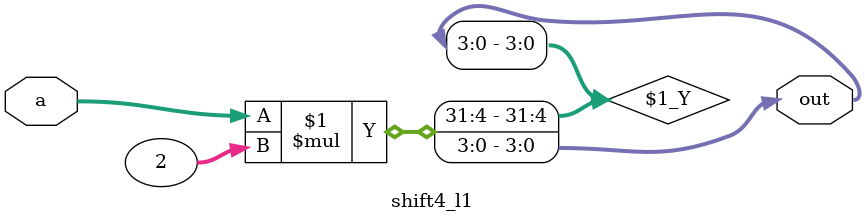
<source format=v>
module shift4_l1(
    input [3:0] a, // 输入a，2
    output [3:0] out // 输出sum
);

assign out = a * 2; // 逻辑左移

endmodule// 64位加法


</source>
